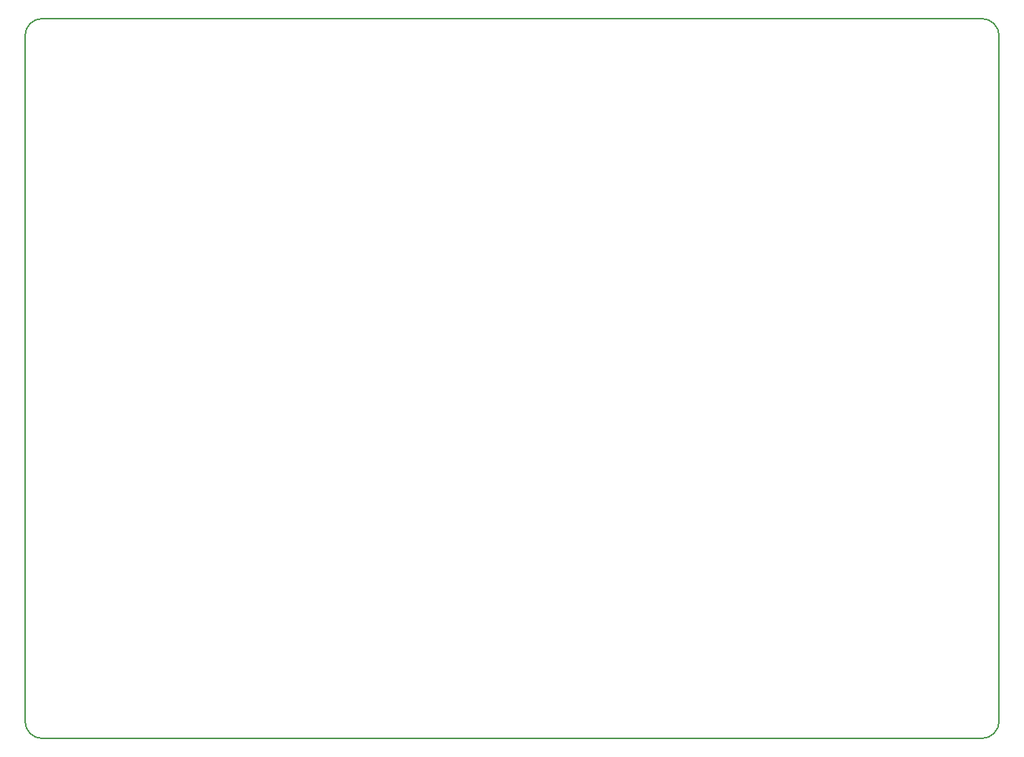
<source format=gbr>
%TF.GenerationSoftware,KiCad,Pcbnew,9.0.6*%
%TF.CreationDate,2025-12-19T17:46:44-08:00*%
%TF.ProjectId,aphelo30,61706865-6c6f-4333-902e-6b696361645f,v1.0.0*%
%TF.SameCoordinates,Original*%
%TF.FileFunction,Profile,NP*%
%FSLAX46Y46*%
G04 Gerber Fmt 4.6, Leading zero omitted, Abs format (unit mm)*
G04 Created by KiCad (PCBNEW 9.0.6) date 2025-12-19 17:46:44*
%MOMM*%
%LPD*%
G01*
G04 APERTURE LIST*
%TA.AperFunction,Profile*%
%ADD10C,0.150000*%
%TD*%
G04 APERTURE END LIST*
D10*
X69850000Y-117300000D02*
X180850000Y-117300000D01*
X180850000Y-32300000D02*
X69850000Y-32300000D01*
X67850000Y-34300000D02*
X67850000Y-115300000D01*
X69850000Y-117300000D02*
G75*
G02*
X67850000Y-115300000I0J2000000D01*
G01*
X67850000Y-34300000D02*
G75*
G02*
X69850000Y-32300000I2000000J0D01*
G01*
X182850000Y-115300000D02*
X182850000Y-34300000D01*
X182850000Y-115300000D02*
G75*
G02*
X180850000Y-117300000I-2000000J0D01*
G01*
X180850000Y-32300000D02*
G75*
G02*
X182850000Y-34300000I0J-2000000D01*
G01*
M02*

</source>
